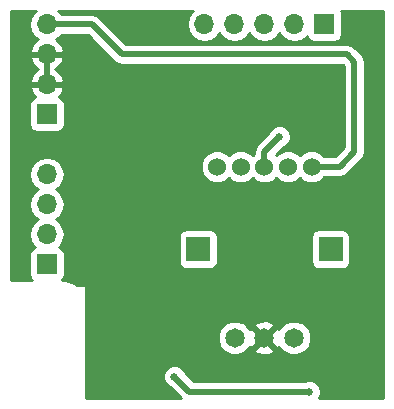
<source format=gbr>
G04 #@! TF.FileFunction,Copper,L2,Bot,Signal*
%FSLAX46Y46*%
G04 Gerber Fmt 4.6, Leading zero omitted, Abs format (unit mm)*
G04 Created by KiCad (PCBNEW 4.0.7) date Sunday, December 31, 2017 'PMt' 04:59:37 PM*
%MOMM*%
%LPD*%
G01*
G04 APERTURE LIST*
%ADD10C,0.100000*%
%ADD11C,1.524000*%
%ADD12C,1.650000*%
%ADD13R,2.000000X2.100000*%
%ADD14R,1.700000X1.700000*%
%ADD15O,1.700000X1.700000*%
%ADD16C,0.635000*%
%ADD17C,0.508000*%
%ADD18C,0.254000*%
G04 APERTURE END LIST*
D10*
D11*
X132080000Y-67295000D03*
X130080000Y-67295000D03*
X128080000Y-67295000D03*
X134080000Y-67295000D03*
X136080000Y-67295000D03*
D12*
X132080000Y-81795000D03*
X129580000Y-81795000D03*
X134580000Y-81795000D03*
D13*
X126480000Y-74295000D03*
X137680000Y-74295000D03*
D14*
X113665000Y-75565000D03*
D15*
X113665000Y-73025000D03*
X113665000Y-70485000D03*
X113665000Y-67945000D03*
D14*
X113665000Y-62865000D03*
D15*
X113665000Y-60325000D03*
X113665000Y-57785000D03*
X113665000Y-55245000D03*
D14*
X137160000Y-55245000D03*
D15*
X134620000Y-55245000D03*
X132080000Y-55245000D03*
X129540000Y-55245000D03*
X127000000Y-55245000D03*
D16*
X121920000Y-62230000D03*
X132080000Y-83820000D03*
X137160000Y-65405000D03*
X132080000Y-63500000D03*
X118110000Y-82550000D03*
X118110000Y-76200000D03*
X118110000Y-69850000D03*
X135890000Y-86360000D03*
X124460000Y-85090000D03*
X133350000Y-64770000D03*
D17*
X113665000Y-55245000D02*
X117475000Y-55245000D01*
X117475000Y-55245000D02*
X120015000Y-57785000D01*
X120015000Y-57785000D02*
X139065000Y-57785000D01*
X139065000Y-57785000D02*
X139700000Y-58420000D01*
X139700000Y-58420000D02*
X139700000Y-66040000D01*
X139700000Y-66040000D02*
X138445000Y-67295000D01*
X138445000Y-67295000D02*
X136080000Y-67295000D01*
X124460000Y-85090000D02*
X125730000Y-86360000D01*
X125730000Y-86360000D02*
X135890000Y-86360000D01*
X133032501Y-65087499D02*
X133350000Y-64770000D01*
X132080000Y-66040000D02*
X133032501Y-65087499D01*
X132080000Y-67295000D02*
X132080000Y-66040000D01*
D18*
G36*
X112585853Y-54194946D02*
X112263946Y-54676715D01*
X112150907Y-55245000D01*
X112263946Y-55813285D01*
X112585853Y-56295054D01*
X112926553Y-56522702D01*
X112783642Y-56589817D01*
X112393355Y-57018076D01*
X112223524Y-57428110D01*
X112344845Y-57658000D01*
X113538000Y-57658000D01*
X113538000Y-57638000D01*
X113792000Y-57638000D01*
X113792000Y-57658000D01*
X114985155Y-57658000D01*
X115106476Y-57428110D01*
X114936645Y-57018076D01*
X114546358Y-56589817D01*
X114403447Y-56522702D01*
X114744147Y-56295054D01*
X114851760Y-56134000D01*
X117106764Y-56134000D01*
X119386382Y-58413618D01*
X119674794Y-58606329D01*
X120015000Y-58674000D01*
X138696764Y-58674000D01*
X138811000Y-58788236D01*
X138811000Y-65671764D01*
X138076764Y-66406000D01*
X137166485Y-66406000D01*
X136872370Y-66111371D01*
X136359100Y-65898243D01*
X135803339Y-65897758D01*
X135289697Y-66109990D01*
X135079979Y-66319342D01*
X134872370Y-66111371D01*
X134359100Y-65898243D01*
X133803339Y-65897758D01*
X133289697Y-66109990D01*
X133079979Y-66319342D01*
X133068946Y-66308290D01*
X133736207Y-65641029D01*
X133888843Y-65577961D01*
X134157020Y-65310253D01*
X134302335Y-64960295D01*
X134302665Y-64581367D01*
X134157961Y-64231157D01*
X133890253Y-63962980D01*
X133540295Y-63817665D01*
X133161367Y-63817335D01*
X132811157Y-63962039D01*
X132542980Y-64229747D01*
X132479046Y-64383718D01*
X131451382Y-65411382D01*
X131258671Y-65699794D01*
X131191000Y-66040000D01*
X131191000Y-66208515D01*
X131079979Y-66319342D01*
X130872370Y-66111371D01*
X130359100Y-65898243D01*
X129803339Y-65897758D01*
X129289697Y-66109990D01*
X129079979Y-66319342D01*
X128872370Y-66111371D01*
X128359100Y-65898243D01*
X127803339Y-65897758D01*
X127289697Y-66109990D01*
X126896371Y-66502630D01*
X126683243Y-67015900D01*
X126682758Y-67571661D01*
X126894990Y-68085303D01*
X127287630Y-68478629D01*
X127800900Y-68691757D01*
X128356661Y-68692242D01*
X128870303Y-68480010D01*
X129080021Y-68270658D01*
X129287630Y-68478629D01*
X129800900Y-68691757D01*
X130356661Y-68692242D01*
X130870303Y-68480010D01*
X131080021Y-68270658D01*
X131287630Y-68478629D01*
X131800900Y-68691757D01*
X132356661Y-68692242D01*
X132870303Y-68480010D01*
X133080021Y-68270658D01*
X133287630Y-68478629D01*
X133800900Y-68691757D01*
X134356661Y-68692242D01*
X134870303Y-68480010D01*
X135080021Y-68270658D01*
X135287630Y-68478629D01*
X135800900Y-68691757D01*
X136356661Y-68692242D01*
X136870303Y-68480010D01*
X137166830Y-68184000D01*
X138445000Y-68184000D01*
X138785206Y-68116329D01*
X139073618Y-67923618D01*
X140328618Y-66668618D01*
X140392482Y-66573039D01*
X140521329Y-66380206D01*
X140589000Y-66040000D01*
X140589000Y-58420000D01*
X140533681Y-58141890D01*
X140521330Y-58079795D01*
X140328618Y-57791382D01*
X139693618Y-57156382D01*
X139405206Y-56963671D01*
X139065000Y-56896000D01*
X120383236Y-56896000D01*
X118103618Y-54616382D01*
X117815206Y-54423671D01*
X117475000Y-54356000D01*
X114851760Y-54356000D01*
X114744147Y-54194946D01*
X114605043Y-54102000D01*
X126045509Y-54102000D01*
X125949946Y-54165853D01*
X125628039Y-54647622D01*
X125515000Y-55215907D01*
X125515000Y-55274093D01*
X125628039Y-55842378D01*
X125949946Y-56324147D01*
X126431715Y-56646054D01*
X127000000Y-56759093D01*
X127568285Y-56646054D01*
X128050054Y-56324147D01*
X128270000Y-55994974D01*
X128489946Y-56324147D01*
X128971715Y-56646054D01*
X129540000Y-56759093D01*
X130108285Y-56646054D01*
X130590054Y-56324147D01*
X130810000Y-55994974D01*
X131029946Y-56324147D01*
X131511715Y-56646054D01*
X132080000Y-56759093D01*
X132648285Y-56646054D01*
X133130054Y-56324147D01*
X133350000Y-55994974D01*
X133569946Y-56324147D01*
X134051715Y-56646054D01*
X134620000Y-56759093D01*
X135188285Y-56646054D01*
X135670054Y-56324147D01*
X135697850Y-56282548D01*
X135706838Y-56330317D01*
X135845910Y-56546441D01*
X136058110Y-56691431D01*
X136310000Y-56742440D01*
X138010000Y-56742440D01*
X138245317Y-56698162D01*
X138461441Y-56559090D01*
X138606431Y-56346890D01*
X138657440Y-56095000D01*
X138657440Y-54395000D01*
X138613162Y-54159683D01*
X138576044Y-54102000D01*
X142113000Y-54102000D01*
X142113000Y-86868000D01*
X136710413Y-86868000D01*
X136842335Y-86550295D01*
X136842665Y-86171367D01*
X136697961Y-85821157D01*
X136430253Y-85552980D01*
X136080295Y-85407665D01*
X135701367Y-85407335D01*
X135547286Y-85471000D01*
X126098236Y-85471000D01*
X125331029Y-84703793D01*
X125267961Y-84551157D01*
X125000253Y-84282980D01*
X124650295Y-84137665D01*
X124271367Y-84137335D01*
X123921157Y-84282039D01*
X123652980Y-84549747D01*
X123507665Y-84899705D01*
X123507335Y-85278633D01*
X123652039Y-85628843D01*
X123919747Y-85897020D01*
X124073718Y-85960954D01*
X124980764Y-86868000D01*
X116967000Y-86868000D01*
X116967000Y-82084138D01*
X128119747Y-82084138D01*
X128341551Y-82620943D01*
X128751897Y-83032006D01*
X129288314Y-83254746D01*
X129869138Y-83255253D01*
X130405943Y-83033449D01*
X130618910Y-82820853D01*
X131233752Y-82820853D01*
X131310956Y-83069563D01*
X131857250Y-83266843D01*
X132437456Y-83240048D01*
X132849044Y-83069563D01*
X132926248Y-82820853D01*
X132080000Y-81974605D01*
X131233752Y-82820853D01*
X130618910Y-82820853D01*
X130817006Y-82623103D01*
X130837408Y-82573969D01*
X131054147Y-82641248D01*
X131900395Y-81795000D01*
X132259605Y-81795000D01*
X133105853Y-82641248D01*
X133322193Y-82574092D01*
X133341551Y-82620943D01*
X133751897Y-83032006D01*
X134288314Y-83254746D01*
X134869138Y-83255253D01*
X135405943Y-83033449D01*
X135817006Y-82623103D01*
X136039746Y-82086686D01*
X136040253Y-81505862D01*
X135818449Y-80969057D01*
X135408103Y-80557994D01*
X134871686Y-80335254D01*
X134290862Y-80334747D01*
X133754057Y-80556551D01*
X133342994Y-80966897D01*
X133322592Y-81016031D01*
X133105853Y-80948752D01*
X132259605Y-81795000D01*
X131900395Y-81795000D01*
X131054147Y-80948752D01*
X130837807Y-81015908D01*
X130818449Y-80969057D01*
X130618888Y-80769147D01*
X131233752Y-80769147D01*
X132080000Y-81615395D01*
X132926248Y-80769147D01*
X132849044Y-80520437D01*
X132302750Y-80323157D01*
X131722544Y-80349952D01*
X131310956Y-80520437D01*
X131233752Y-80769147D01*
X130618888Y-80769147D01*
X130408103Y-80557994D01*
X129871686Y-80335254D01*
X129290862Y-80334747D01*
X128754057Y-80556551D01*
X128342994Y-80966897D01*
X128120254Y-81503314D01*
X128119747Y-82084138D01*
X116967000Y-82084138D01*
X116967000Y-77470000D01*
X116956994Y-77420590D01*
X116928553Y-77378965D01*
X116886159Y-77351685D01*
X116840000Y-77343000D01*
X116174156Y-77343000D01*
X115815462Y-77103329D01*
X115709448Y-77059417D01*
X115559522Y-76997315D01*
X115073514Y-76900642D01*
X115003584Y-76900642D01*
X114949627Y-76889910D01*
X114966441Y-76879090D01*
X115111431Y-76666890D01*
X115162440Y-76415000D01*
X115162440Y-74715000D01*
X115118162Y-74479683D01*
X114979090Y-74263559D01*
X114766890Y-74118569D01*
X114699459Y-74104914D01*
X114744147Y-74075054D01*
X115066054Y-73593285D01*
X115135332Y-73245000D01*
X124832560Y-73245000D01*
X124832560Y-75345000D01*
X124876838Y-75580317D01*
X125015910Y-75796441D01*
X125228110Y-75941431D01*
X125480000Y-75992440D01*
X127480000Y-75992440D01*
X127715317Y-75948162D01*
X127931441Y-75809090D01*
X128076431Y-75596890D01*
X128127440Y-75345000D01*
X128127440Y-73245000D01*
X136032560Y-73245000D01*
X136032560Y-75345000D01*
X136076838Y-75580317D01*
X136215910Y-75796441D01*
X136428110Y-75941431D01*
X136680000Y-75992440D01*
X138680000Y-75992440D01*
X138915317Y-75948162D01*
X139131441Y-75809090D01*
X139276431Y-75596890D01*
X139327440Y-75345000D01*
X139327440Y-73245000D01*
X139283162Y-73009683D01*
X139144090Y-72793559D01*
X138931890Y-72648569D01*
X138680000Y-72597560D01*
X136680000Y-72597560D01*
X136444683Y-72641838D01*
X136228559Y-72780910D01*
X136083569Y-72993110D01*
X136032560Y-73245000D01*
X128127440Y-73245000D01*
X128083162Y-73009683D01*
X127944090Y-72793559D01*
X127731890Y-72648569D01*
X127480000Y-72597560D01*
X125480000Y-72597560D01*
X125244683Y-72641838D01*
X125028559Y-72780910D01*
X124883569Y-72993110D01*
X124832560Y-73245000D01*
X115135332Y-73245000D01*
X115179093Y-73025000D01*
X115066054Y-72456715D01*
X114744147Y-71974946D01*
X114414974Y-71755000D01*
X114744147Y-71535054D01*
X115066054Y-71053285D01*
X115179093Y-70485000D01*
X115066054Y-69916715D01*
X114744147Y-69434946D01*
X114414974Y-69215000D01*
X114744147Y-68995054D01*
X115066054Y-68513285D01*
X115179093Y-67945000D01*
X115066054Y-67376715D01*
X114744147Y-66894946D01*
X114262378Y-66573039D01*
X113694093Y-66460000D01*
X113635907Y-66460000D01*
X113067622Y-66573039D01*
X112585853Y-66894946D01*
X112263946Y-67376715D01*
X112150907Y-67945000D01*
X112263946Y-68513285D01*
X112585853Y-68995054D01*
X112915026Y-69215000D01*
X112585853Y-69434946D01*
X112263946Y-69916715D01*
X112150907Y-70485000D01*
X112263946Y-71053285D01*
X112585853Y-71535054D01*
X112915026Y-71755000D01*
X112585853Y-71974946D01*
X112263946Y-72456715D01*
X112150907Y-73025000D01*
X112263946Y-73593285D01*
X112585853Y-74075054D01*
X112627452Y-74102850D01*
X112579683Y-74111838D01*
X112363559Y-74250910D01*
X112218569Y-74463110D01*
X112167560Y-74715000D01*
X112167560Y-76415000D01*
X112211838Y-76650317D01*
X112350910Y-76866441D01*
X112380999Y-76887000D01*
X110617000Y-76887000D01*
X110617000Y-62015000D01*
X112167560Y-62015000D01*
X112167560Y-63715000D01*
X112211838Y-63950317D01*
X112350910Y-64166441D01*
X112563110Y-64311431D01*
X112815000Y-64362440D01*
X114515000Y-64362440D01*
X114750317Y-64318162D01*
X114966441Y-64179090D01*
X115111431Y-63966890D01*
X115162440Y-63715000D01*
X115162440Y-62015000D01*
X115118162Y-61779683D01*
X114979090Y-61563559D01*
X114766890Y-61418569D01*
X114658893Y-61396699D01*
X114936645Y-61091924D01*
X115106476Y-60681890D01*
X114985155Y-60452000D01*
X113792000Y-60452000D01*
X113792000Y-60472000D01*
X113538000Y-60472000D01*
X113538000Y-60452000D01*
X112344845Y-60452000D01*
X112223524Y-60681890D01*
X112393355Y-61091924D01*
X112669501Y-61394937D01*
X112579683Y-61411838D01*
X112363559Y-61550910D01*
X112218569Y-61763110D01*
X112167560Y-62015000D01*
X110617000Y-62015000D01*
X110617000Y-58141890D01*
X112223524Y-58141890D01*
X112393355Y-58551924D01*
X112783642Y-58980183D01*
X112942954Y-59055000D01*
X112783642Y-59129817D01*
X112393355Y-59558076D01*
X112223524Y-59968110D01*
X112344845Y-60198000D01*
X113538000Y-60198000D01*
X113538000Y-57912000D01*
X113792000Y-57912000D01*
X113792000Y-60198000D01*
X114985155Y-60198000D01*
X115106476Y-59968110D01*
X114936645Y-59558076D01*
X114546358Y-59129817D01*
X114387046Y-59055000D01*
X114546358Y-58980183D01*
X114936645Y-58551924D01*
X115106476Y-58141890D01*
X114985155Y-57912000D01*
X113792000Y-57912000D01*
X113538000Y-57912000D01*
X112344845Y-57912000D01*
X112223524Y-58141890D01*
X110617000Y-58141890D01*
X110617000Y-54102000D01*
X112724957Y-54102000D01*
X112585853Y-54194946D01*
X112585853Y-54194946D01*
G37*
X112585853Y-54194946D02*
X112263946Y-54676715D01*
X112150907Y-55245000D01*
X112263946Y-55813285D01*
X112585853Y-56295054D01*
X112926553Y-56522702D01*
X112783642Y-56589817D01*
X112393355Y-57018076D01*
X112223524Y-57428110D01*
X112344845Y-57658000D01*
X113538000Y-57658000D01*
X113538000Y-57638000D01*
X113792000Y-57638000D01*
X113792000Y-57658000D01*
X114985155Y-57658000D01*
X115106476Y-57428110D01*
X114936645Y-57018076D01*
X114546358Y-56589817D01*
X114403447Y-56522702D01*
X114744147Y-56295054D01*
X114851760Y-56134000D01*
X117106764Y-56134000D01*
X119386382Y-58413618D01*
X119674794Y-58606329D01*
X120015000Y-58674000D01*
X138696764Y-58674000D01*
X138811000Y-58788236D01*
X138811000Y-65671764D01*
X138076764Y-66406000D01*
X137166485Y-66406000D01*
X136872370Y-66111371D01*
X136359100Y-65898243D01*
X135803339Y-65897758D01*
X135289697Y-66109990D01*
X135079979Y-66319342D01*
X134872370Y-66111371D01*
X134359100Y-65898243D01*
X133803339Y-65897758D01*
X133289697Y-66109990D01*
X133079979Y-66319342D01*
X133068946Y-66308290D01*
X133736207Y-65641029D01*
X133888843Y-65577961D01*
X134157020Y-65310253D01*
X134302335Y-64960295D01*
X134302665Y-64581367D01*
X134157961Y-64231157D01*
X133890253Y-63962980D01*
X133540295Y-63817665D01*
X133161367Y-63817335D01*
X132811157Y-63962039D01*
X132542980Y-64229747D01*
X132479046Y-64383718D01*
X131451382Y-65411382D01*
X131258671Y-65699794D01*
X131191000Y-66040000D01*
X131191000Y-66208515D01*
X131079979Y-66319342D01*
X130872370Y-66111371D01*
X130359100Y-65898243D01*
X129803339Y-65897758D01*
X129289697Y-66109990D01*
X129079979Y-66319342D01*
X128872370Y-66111371D01*
X128359100Y-65898243D01*
X127803339Y-65897758D01*
X127289697Y-66109990D01*
X126896371Y-66502630D01*
X126683243Y-67015900D01*
X126682758Y-67571661D01*
X126894990Y-68085303D01*
X127287630Y-68478629D01*
X127800900Y-68691757D01*
X128356661Y-68692242D01*
X128870303Y-68480010D01*
X129080021Y-68270658D01*
X129287630Y-68478629D01*
X129800900Y-68691757D01*
X130356661Y-68692242D01*
X130870303Y-68480010D01*
X131080021Y-68270658D01*
X131287630Y-68478629D01*
X131800900Y-68691757D01*
X132356661Y-68692242D01*
X132870303Y-68480010D01*
X133080021Y-68270658D01*
X133287630Y-68478629D01*
X133800900Y-68691757D01*
X134356661Y-68692242D01*
X134870303Y-68480010D01*
X135080021Y-68270658D01*
X135287630Y-68478629D01*
X135800900Y-68691757D01*
X136356661Y-68692242D01*
X136870303Y-68480010D01*
X137166830Y-68184000D01*
X138445000Y-68184000D01*
X138785206Y-68116329D01*
X139073618Y-67923618D01*
X140328618Y-66668618D01*
X140392482Y-66573039D01*
X140521329Y-66380206D01*
X140589000Y-66040000D01*
X140589000Y-58420000D01*
X140533681Y-58141890D01*
X140521330Y-58079795D01*
X140328618Y-57791382D01*
X139693618Y-57156382D01*
X139405206Y-56963671D01*
X139065000Y-56896000D01*
X120383236Y-56896000D01*
X118103618Y-54616382D01*
X117815206Y-54423671D01*
X117475000Y-54356000D01*
X114851760Y-54356000D01*
X114744147Y-54194946D01*
X114605043Y-54102000D01*
X126045509Y-54102000D01*
X125949946Y-54165853D01*
X125628039Y-54647622D01*
X125515000Y-55215907D01*
X125515000Y-55274093D01*
X125628039Y-55842378D01*
X125949946Y-56324147D01*
X126431715Y-56646054D01*
X127000000Y-56759093D01*
X127568285Y-56646054D01*
X128050054Y-56324147D01*
X128270000Y-55994974D01*
X128489946Y-56324147D01*
X128971715Y-56646054D01*
X129540000Y-56759093D01*
X130108285Y-56646054D01*
X130590054Y-56324147D01*
X130810000Y-55994974D01*
X131029946Y-56324147D01*
X131511715Y-56646054D01*
X132080000Y-56759093D01*
X132648285Y-56646054D01*
X133130054Y-56324147D01*
X133350000Y-55994974D01*
X133569946Y-56324147D01*
X134051715Y-56646054D01*
X134620000Y-56759093D01*
X135188285Y-56646054D01*
X135670054Y-56324147D01*
X135697850Y-56282548D01*
X135706838Y-56330317D01*
X135845910Y-56546441D01*
X136058110Y-56691431D01*
X136310000Y-56742440D01*
X138010000Y-56742440D01*
X138245317Y-56698162D01*
X138461441Y-56559090D01*
X138606431Y-56346890D01*
X138657440Y-56095000D01*
X138657440Y-54395000D01*
X138613162Y-54159683D01*
X138576044Y-54102000D01*
X142113000Y-54102000D01*
X142113000Y-86868000D01*
X136710413Y-86868000D01*
X136842335Y-86550295D01*
X136842665Y-86171367D01*
X136697961Y-85821157D01*
X136430253Y-85552980D01*
X136080295Y-85407665D01*
X135701367Y-85407335D01*
X135547286Y-85471000D01*
X126098236Y-85471000D01*
X125331029Y-84703793D01*
X125267961Y-84551157D01*
X125000253Y-84282980D01*
X124650295Y-84137665D01*
X124271367Y-84137335D01*
X123921157Y-84282039D01*
X123652980Y-84549747D01*
X123507665Y-84899705D01*
X123507335Y-85278633D01*
X123652039Y-85628843D01*
X123919747Y-85897020D01*
X124073718Y-85960954D01*
X124980764Y-86868000D01*
X116967000Y-86868000D01*
X116967000Y-82084138D01*
X128119747Y-82084138D01*
X128341551Y-82620943D01*
X128751897Y-83032006D01*
X129288314Y-83254746D01*
X129869138Y-83255253D01*
X130405943Y-83033449D01*
X130618910Y-82820853D01*
X131233752Y-82820853D01*
X131310956Y-83069563D01*
X131857250Y-83266843D01*
X132437456Y-83240048D01*
X132849044Y-83069563D01*
X132926248Y-82820853D01*
X132080000Y-81974605D01*
X131233752Y-82820853D01*
X130618910Y-82820853D01*
X130817006Y-82623103D01*
X130837408Y-82573969D01*
X131054147Y-82641248D01*
X131900395Y-81795000D01*
X132259605Y-81795000D01*
X133105853Y-82641248D01*
X133322193Y-82574092D01*
X133341551Y-82620943D01*
X133751897Y-83032006D01*
X134288314Y-83254746D01*
X134869138Y-83255253D01*
X135405943Y-83033449D01*
X135817006Y-82623103D01*
X136039746Y-82086686D01*
X136040253Y-81505862D01*
X135818449Y-80969057D01*
X135408103Y-80557994D01*
X134871686Y-80335254D01*
X134290862Y-80334747D01*
X133754057Y-80556551D01*
X133342994Y-80966897D01*
X133322592Y-81016031D01*
X133105853Y-80948752D01*
X132259605Y-81795000D01*
X131900395Y-81795000D01*
X131054147Y-80948752D01*
X130837807Y-81015908D01*
X130818449Y-80969057D01*
X130618888Y-80769147D01*
X131233752Y-80769147D01*
X132080000Y-81615395D01*
X132926248Y-80769147D01*
X132849044Y-80520437D01*
X132302750Y-80323157D01*
X131722544Y-80349952D01*
X131310956Y-80520437D01*
X131233752Y-80769147D01*
X130618888Y-80769147D01*
X130408103Y-80557994D01*
X129871686Y-80335254D01*
X129290862Y-80334747D01*
X128754057Y-80556551D01*
X128342994Y-80966897D01*
X128120254Y-81503314D01*
X128119747Y-82084138D01*
X116967000Y-82084138D01*
X116967000Y-77470000D01*
X116956994Y-77420590D01*
X116928553Y-77378965D01*
X116886159Y-77351685D01*
X116840000Y-77343000D01*
X116174156Y-77343000D01*
X115815462Y-77103329D01*
X115709448Y-77059417D01*
X115559522Y-76997315D01*
X115073514Y-76900642D01*
X115003584Y-76900642D01*
X114949627Y-76889910D01*
X114966441Y-76879090D01*
X115111431Y-76666890D01*
X115162440Y-76415000D01*
X115162440Y-74715000D01*
X115118162Y-74479683D01*
X114979090Y-74263559D01*
X114766890Y-74118569D01*
X114699459Y-74104914D01*
X114744147Y-74075054D01*
X115066054Y-73593285D01*
X115135332Y-73245000D01*
X124832560Y-73245000D01*
X124832560Y-75345000D01*
X124876838Y-75580317D01*
X125015910Y-75796441D01*
X125228110Y-75941431D01*
X125480000Y-75992440D01*
X127480000Y-75992440D01*
X127715317Y-75948162D01*
X127931441Y-75809090D01*
X128076431Y-75596890D01*
X128127440Y-75345000D01*
X128127440Y-73245000D01*
X136032560Y-73245000D01*
X136032560Y-75345000D01*
X136076838Y-75580317D01*
X136215910Y-75796441D01*
X136428110Y-75941431D01*
X136680000Y-75992440D01*
X138680000Y-75992440D01*
X138915317Y-75948162D01*
X139131441Y-75809090D01*
X139276431Y-75596890D01*
X139327440Y-75345000D01*
X139327440Y-73245000D01*
X139283162Y-73009683D01*
X139144090Y-72793559D01*
X138931890Y-72648569D01*
X138680000Y-72597560D01*
X136680000Y-72597560D01*
X136444683Y-72641838D01*
X136228559Y-72780910D01*
X136083569Y-72993110D01*
X136032560Y-73245000D01*
X128127440Y-73245000D01*
X128083162Y-73009683D01*
X127944090Y-72793559D01*
X127731890Y-72648569D01*
X127480000Y-72597560D01*
X125480000Y-72597560D01*
X125244683Y-72641838D01*
X125028559Y-72780910D01*
X124883569Y-72993110D01*
X124832560Y-73245000D01*
X115135332Y-73245000D01*
X115179093Y-73025000D01*
X115066054Y-72456715D01*
X114744147Y-71974946D01*
X114414974Y-71755000D01*
X114744147Y-71535054D01*
X115066054Y-71053285D01*
X115179093Y-70485000D01*
X115066054Y-69916715D01*
X114744147Y-69434946D01*
X114414974Y-69215000D01*
X114744147Y-68995054D01*
X115066054Y-68513285D01*
X115179093Y-67945000D01*
X115066054Y-67376715D01*
X114744147Y-66894946D01*
X114262378Y-66573039D01*
X113694093Y-66460000D01*
X113635907Y-66460000D01*
X113067622Y-66573039D01*
X112585853Y-66894946D01*
X112263946Y-67376715D01*
X112150907Y-67945000D01*
X112263946Y-68513285D01*
X112585853Y-68995054D01*
X112915026Y-69215000D01*
X112585853Y-69434946D01*
X112263946Y-69916715D01*
X112150907Y-70485000D01*
X112263946Y-71053285D01*
X112585853Y-71535054D01*
X112915026Y-71755000D01*
X112585853Y-71974946D01*
X112263946Y-72456715D01*
X112150907Y-73025000D01*
X112263946Y-73593285D01*
X112585853Y-74075054D01*
X112627452Y-74102850D01*
X112579683Y-74111838D01*
X112363559Y-74250910D01*
X112218569Y-74463110D01*
X112167560Y-74715000D01*
X112167560Y-76415000D01*
X112211838Y-76650317D01*
X112350910Y-76866441D01*
X112380999Y-76887000D01*
X110617000Y-76887000D01*
X110617000Y-62015000D01*
X112167560Y-62015000D01*
X112167560Y-63715000D01*
X112211838Y-63950317D01*
X112350910Y-64166441D01*
X112563110Y-64311431D01*
X112815000Y-64362440D01*
X114515000Y-64362440D01*
X114750317Y-64318162D01*
X114966441Y-64179090D01*
X115111431Y-63966890D01*
X115162440Y-63715000D01*
X115162440Y-62015000D01*
X115118162Y-61779683D01*
X114979090Y-61563559D01*
X114766890Y-61418569D01*
X114658893Y-61396699D01*
X114936645Y-61091924D01*
X115106476Y-60681890D01*
X114985155Y-60452000D01*
X113792000Y-60452000D01*
X113792000Y-60472000D01*
X113538000Y-60472000D01*
X113538000Y-60452000D01*
X112344845Y-60452000D01*
X112223524Y-60681890D01*
X112393355Y-61091924D01*
X112669501Y-61394937D01*
X112579683Y-61411838D01*
X112363559Y-61550910D01*
X112218569Y-61763110D01*
X112167560Y-62015000D01*
X110617000Y-62015000D01*
X110617000Y-58141890D01*
X112223524Y-58141890D01*
X112393355Y-58551924D01*
X112783642Y-58980183D01*
X112942954Y-59055000D01*
X112783642Y-59129817D01*
X112393355Y-59558076D01*
X112223524Y-59968110D01*
X112344845Y-60198000D01*
X113538000Y-60198000D01*
X113538000Y-57912000D01*
X113792000Y-57912000D01*
X113792000Y-60198000D01*
X114985155Y-60198000D01*
X115106476Y-59968110D01*
X114936645Y-59558076D01*
X114546358Y-59129817D01*
X114387046Y-59055000D01*
X114546358Y-58980183D01*
X114936645Y-58551924D01*
X115106476Y-58141890D01*
X114985155Y-57912000D01*
X113792000Y-57912000D01*
X113538000Y-57912000D01*
X112344845Y-57912000D01*
X112223524Y-58141890D01*
X110617000Y-58141890D01*
X110617000Y-54102000D01*
X112724957Y-54102000D01*
X112585853Y-54194946D01*
M02*

</source>
